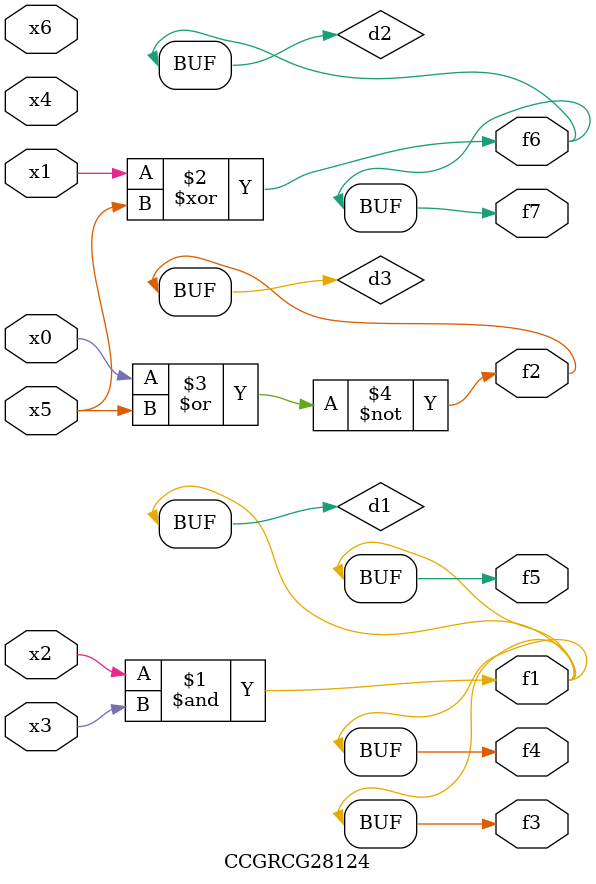
<source format=v>
module CCGRCG28124(
	input x0, x1, x2, x3, x4, x5, x6,
	output f1, f2, f3, f4, f5, f6, f7
);

	wire d1, d2, d3;

	and (d1, x2, x3);
	xor (d2, x1, x5);
	nor (d3, x0, x5);
	assign f1 = d1;
	assign f2 = d3;
	assign f3 = d1;
	assign f4 = d1;
	assign f5 = d1;
	assign f6 = d2;
	assign f7 = d2;
endmodule

</source>
